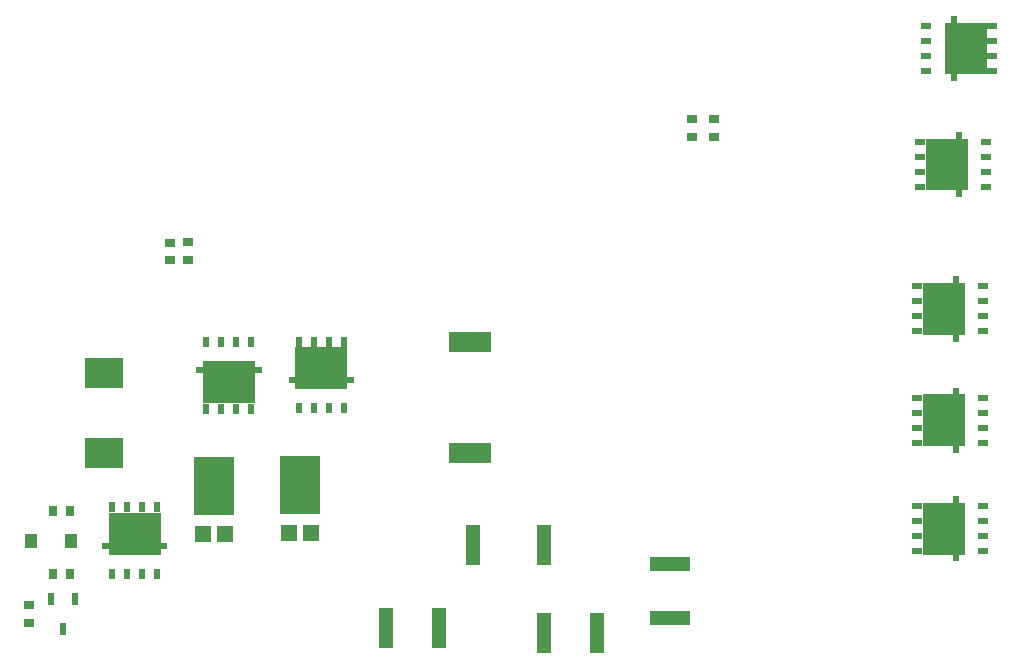
<source format=gbp>
G04*
G04 #@! TF.GenerationSoftware,Altium Limited,Altium Designer,23.10.1 (27)*
G04*
G04 Layer_Color=128*
%FSLAX25Y25*%
%MOIN*%
G70*
G04*
G04 #@! TF.SameCoordinates,D3AB3FBC-EAD5-4AAA-8E34-AB65D5BEE443*
G04*
G04*
G04 #@! TF.FilePolarity,Positive*
G04*
G01*
G75*
%ADD48R,0.02756X0.03347*%
%ADD49R,0.03347X0.02756*%
%ADD51R,0.02126X0.03543*%
%ADD52R,0.06299X0.01968*%
%ADD53R,0.07874X0.14410*%
%ADD54R,0.09843X0.14410*%
%ADD56R,0.02362X0.03937*%
%ADD57R,0.04331X0.04724*%
%ADD58R,0.12992X0.09843*%
%ADD60R,0.13780X0.05118*%
%ADD163R,0.13386X0.19291*%
%ADD164R,0.05512X0.05512*%
%ADD165R,0.14016X0.07008*%
%ADD166R,0.05118X0.13780*%
%ADD167R,0.14410X0.09843*%
%ADD168R,0.14410X0.07874*%
%ADD169R,0.01968X0.06299*%
%ADD170R,0.03543X0.02126*%
%ADD171R,0.04724X0.13780*%
D48*
X414613Y91515D02*
D03*
X408708D02*
D03*
X414613Y112415D02*
D03*
X408708D02*
D03*
D49*
X453815Y202015D02*
D03*
Y196109D02*
D03*
X447880Y196071D02*
D03*
Y201976D02*
D03*
X400915Y75217D02*
D03*
Y81122D02*
D03*
X621915Y243220D02*
D03*
Y237315D02*
D03*
X629015Y237210D02*
D03*
Y243115D02*
D03*
D51*
X469953Y146637D02*
D03*
X459953D02*
D03*
Y168675D02*
D03*
X474953Y146637D02*
D03*
X469953Y168675D02*
D03*
X474953D02*
D03*
X464953Y146637D02*
D03*
Y168675D02*
D03*
X438577Y91655D02*
D03*
Y113693D02*
D03*
X428577Y91655D02*
D03*
X433577D02*
D03*
X428577Y113693D02*
D03*
X443577Y91655D02*
D03*
Y113693D02*
D03*
X433577D02*
D03*
X495677Y168893D02*
D03*
X505677D02*
D03*
Y146855D02*
D03*
X490677Y168893D02*
D03*
X495677Y146855D02*
D03*
X490677D02*
D03*
X500677Y168893D02*
D03*
Y146855D02*
D03*
D52*
X459579Y159423D02*
D03*
X475327D02*
D03*
X428203Y100907D02*
D03*
X443951D02*
D03*
X506051Y156107D02*
D03*
X490303D02*
D03*
D53*
X462831Y155387D02*
D03*
X440698Y104943D02*
D03*
X502798Y160143D02*
D03*
D54*
X471074Y155387D02*
D03*
X432456Y104943D02*
D03*
X494556Y160143D02*
D03*
D56*
X415989Y83115D02*
D03*
X412052Y73273D02*
D03*
X408115Y83115D02*
D03*
D57*
X414942Y102615D02*
D03*
X401615D02*
D03*
D58*
X425815Y158415D02*
D03*
Y131840D02*
D03*
D60*
X614500Y94717D02*
D03*
Y77000D02*
D03*
D163*
X462415Y120815D02*
D03*
X491215Y121015D02*
D03*
D164*
X458793Y104815D02*
D03*
X466037D02*
D03*
X494837Y105015D02*
D03*
X487593D02*
D03*
D165*
X547915Y131907D02*
D03*
Y168915D02*
D03*
D166*
X572399Y71715D02*
D03*
X590115D02*
D03*
X537532Y73615D02*
D03*
X519815D02*
D03*
D167*
X705637Y102956D02*
D03*
Y139096D02*
D03*
X706637Y224377D02*
D03*
X705637Y176237D02*
D03*
X713143Y270274D02*
D03*
D168*
X705637Y111198D02*
D03*
Y147339D02*
D03*
X706637Y232620D02*
D03*
X705637Y184479D02*
D03*
X713143Y262032D02*
D03*
D169*
X709672Y98703D02*
D03*
Y114451D02*
D03*
Y134844D02*
D03*
Y150592D02*
D03*
X710673Y220124D02*
D03*
Y235872D02*
D03*
X709672Y171984D02*
D03*
Y187732D02*
D03*
X709107Y274527D02*
D03*
Y258779D02*
D03*
D170*
X718924Y109077D02*
D03*
X696887D02*
D03*
X718924Y99077D02*
D03*
Y104077D02*
D03*
X696887Y99077D02*
D03*
X718924Y114077D02*
D03*
X696887D02*
D03*
Y104077D02*
D03*
X718924Y145218D02*
D03*
X696887D02*
D03*
X718924Y135218D02*
D03*
Y140218D02*
D03*
X696887Y135218D02*
D03*
X718924Y150218D02*
D03*
X696887D02*
D03*
Y140218D02*
D03*
X719924Y230498D02*
D03*
X697887D02*
D03*
X719924Y220498D02*
D03*
Y225498D02*
D03*
X697887Y220498D02*
D03*
X719924Y235498D02*
D03*
X697887D02*
D03*
Y225498D02*
D03*
X718924Y182358D02*
D03*
X696887D02*
D03*
X718924Y172358D02*
D03*
Y177358D02*
D03*
X696887Y172358D02*
D03*
X718924Y187358D02*
D03*
X696887D02*
D03*
Y177358D02*
D03*
X699855Y264153D02*
D03*
X721893D02*
D03*
X699855Y274153D02*
D03*
Y269153D02*
D03*
X721893Y274153D02*
D03*
X699855Y259153D02*
D03*
X721893D02*
D03*
Y269153D02*
D03*
D171*
X572437Y101315D02*
D03*
X548815D02*
D03*
M02*

</source>
